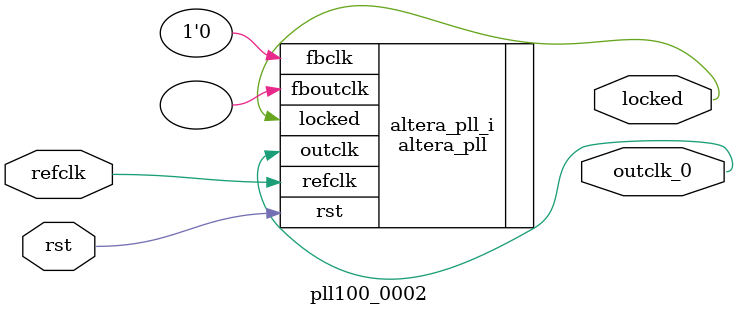
<source format=v>
`timescale 1ns/10ps
module  pll100_0002(

	// interface 'refclk'
	input wire refclk,

	// interface 'reset'
	input wire rst,

	// interface 'outclk0'
	output wire outclk_0,

	// interface 'locked'
	output wire locked
);

	altera_pll #(
		.fractional_vco_multiplier("false"),
		.reference_clock_frequency("50.0 MHz"),
		.operation_mode("direct"),
		.number_of_clocks(1),
		.output_clock_frequency0("1.171875 MHz"),
		.phase_shift0("0 ps"),
		.duty_cycle0(50),
		.output_clock_frequency1("0 MHz"),
		.phase_shift1("0 ps"),
		.duty_cycle1(50),
		.output_clock_frequency2("0 MHz"),
		.phase_shift2("0 ps"),
		.duty_cycle2(50),
		.output_clock_frequency3("0 MHz"),
		.phase_shift3("0 ps"),
		.duty_cycle3(50),
		.output_clock_frequency4("0 MHz"),
		.phase_shift4("0 ps"),
		.duty_cycle4(50),
		.output_clock_frequency5("0 MHz"),
		.phase_shift5("0 ps"),
		.duty_cycle5(50),
		.output_clock_frequency6("0 MHz"),
		.phase_shift6("0 ps"),
		.duty_cycle6(50),
		.output_clock_frequency7("0 MHz"),
		.phase_shift7("0 ps"),
		.duty_cycle7(50),
		.output_clock_frequency8("0 MHz"),
		.phase_shift8("0 ps"),
		.duty_cycle8(50),
		.output_clock_frequency9("0 MHz"),
		.phase_shift9("0 ps"),
		.duty_cycle9(50),
		.output_clock_frequency10("0 MHz"),
		.phase_shift10("0 ps"),
		.duty_cycle10(50),
		.output_clock_frequency11("0 MHz"),
		.phase_shift11("0 ps"),
		.duty_cycle11(50),
		.output_clock_frequency12("0 MHz"),
		.phase_shift12("0 ps"),
		.duty_cycle12(50),
		.output_clock_frequency13("0 MHz"),
		.phase_shift13("0 ps"),
		.duty_cycle13(50),
		.output_clock_frequency14("0 MHz"),
		.phase_shift14("0 ps"),
		.duty_cycle14(50),
		.output_clock_frequency15("0 MHz"),
		.phase_shift15("0 ps"),
		.duty_cycle15(50),
		.output_clock_frequency16("0 MHz"),
		.phase_shift16("0 ps"),
		.duty_cycle16(50),
		.output_clock_frequency17("0 MHz"),
		.phase_shift17("0 ps"),
		.duty_cycle17(50),
		.pll_type("General"),
		.pll_subtype("General")
	) altera_pll_i (
		.rst	(rst),
		.outclk	({outclk_0}),
		.locked	(locked),
		.fboutclk	( ),
		.fbclk	(1'b0),
		.refclk	(refclk)
	);
endmodule


</source>
